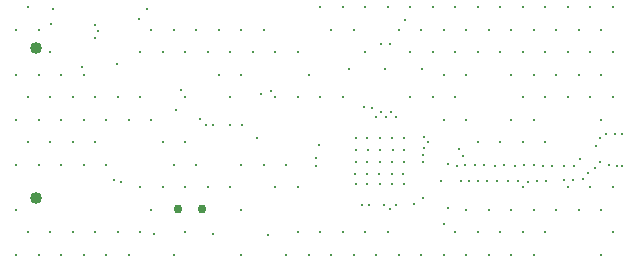
<source format=gbr>
%TF.GenerationSoftware,Altium Limited,Altium Designer,22.8.2 (66)*%
G04 Layer_Color=0*
%FSLAX45Y45*%
%MOMM*%
%TF.SameCoordinates,DE4C73A7-34E9-4613-BA68-141157798951*%
%TF.FilePolarity,Positive*%
%TF.FileFunction,Plated,1,4,PTH,Drill*%
%TF.Part,Single*%
G01*
G75*
%TA.AperFunction,OtherDrill,Pad Free-2 (40.335mm,30.531mm)*%
%ADD78C,0.76200*%
%TA.AperFunction,OtherDrill,Pad Free-3 (42.393mm,30.531mm)*%
%ADD79C,0.76200*%
%TA.AperFunction,ComponentDrill*%
%ADD80C,1.01600*%
%TA.AperFunction,ViaDrill,NotFilled*%
%ADD81C,0.20000*%
D78*
X4033520Y3053080D02*
D03*
D79*
X4239260D02*
D03*
D80*
X2829560Y3143250D02*
D03*
Y4413250D02*
D03*
D81*
X7715250Y4762500D02*
D03*
X7620000Y4572000D02*
D03*
X7715250Y4381500D02*
D03*
X7620000Y4191000D02*
D03*
X7715250Y4000500D02*
D03*
X7620000Y3810000D02*
D03*
X7715250Y3238500D02*
D03*
X7620000Y3048000D02*
D03*
X7715250Y2857500D02*
D03*
X7620000Y2667000D02*
D03*
X7524750Y4762500D02*
D03*
X7429500Y4572000D02*
D03*
X7524750Y4381500D02*
D03*
X7429500Y4191000D02*
D03*
X7524750Y4000500D02*
D03*
Y3238500D02*
D03*
X7429500Y3048000D02*
D03*
X7334250Y4762500D02*
D03*
X7239000Y4572000D02*
D03*
X7334250Y4381500D02*
D03*
X7239000Y4191000D02*
D03*
X7334250Y4000500D02*
D03*
Y3238500D02*
D03*
X7239000Y3048000D02*
D03*
X7143750Y4762500D02*
D03*
X7048500Y4572000D02*
D03*
X7143750Y4381500D02*
D03*
X7048500Y4191000D02*
D03*
X7143750Y4000500D02*
D03*
X7048500Y3810000D02*
D03*
X7143750Y3619500D02*
D03*
X7048500Y3048000D02*
D03*
X7143750Y2857500D02*
D03*
X7048500Y2667000D02*
D03*
X6953250Y4762500D02*
D03*
X6858000Y4572000D02*
D03*
X6953250Y4381500D02*
D03*
X6858000Y4191000D02*
D03*
X6953250Y4000500D02*
D03*
X6858000Y3810000D02*
D03*
X6953250Y3619500D02*
D03*
Y3238500D02*
D03*
X6858000Y3048000D02*
D03*
X6953250Y2857500D02*
D03*
X6858000Y2667000D02*
D03*
X6762750Y4762500D02*
D03*
X6667500Y4572000D02*
D03*
X6762750Y4381500D02*
D03*
Y3619500D02*
D03*
X6667500Y3048000D02*
D03*
X6762750Y2857500D02*
D03*
X6667500Y2667000D02*
D03*
X6572250Y4762500D02*
D03*
X6477000Y4572000D02*
D03*
X6572250Y4381500D02*
D03*
X6477000Y4191000D02*
D03*
Y3810000D02*
D03*
X6572250Y3619500D02*
D03*
X6477000Y3048000D02*
D03*
X6572250Y2857500D02*
D03*
X6477000Y2667000D02*
D03*
X6381750Y4762500D02*
D03*
X6286500Y4572000D02*
D03*
X6381750Y4381500D02*
D03*
X6286500Y4191000D02*
D03*
X6381750Y4000500D02*
D03*
X6286500Y3810000D02*
D03*
X6381750Y2857500D02*
D03*
X6286500Y2667000D02*
D03*
X6191250Y4762500D02*
D03*
X6096000Y4572000D02*
D03*
X6191250Y4381500D02*
D03*
Y4000500D02*
D03*
X6096000Y2667000D02*
D03*
X6000750Y4762500D02*
D03*
X5905500Y4572000D02*
D03*
X6000750Y4381500D02*
D03*
Y4000500D02*
D03*
X5905500Y2667000D02*
D03*
X5810250Y4762500D02*
D03*
Y2857500D02*
D03*
X5715000Y2667000D02*
D03*
X5619750Y4762500D02*
D03*
X5524500Y4572000D02*
D03*
X5619750Y4381500D02*
D03*
Y2857500D02*
D03*
X5524500Y2667000D02*
D03*
X5429250Y4762500D02*
D03*
X5334000Y4572000D02*
D03*
X5429250Y4000500D02*
D03*
Y2857500D02*
D03*
X5334000Y2667000D02*
D03*
X5238750Y4762500D02*
D03*
X5143500Y4191000D02*
D03*
X5238750Y4000500D02*
D03*
Y2857500D02*
D03*
X5143500Y2667000D02*
D03*
X5048250Y4381500D02*
D03*
Y4000500D02*
D03*
X4953000Y3429000D02*
D03*
X5048250Y3238500D02*
D03*
Y2857500D02*
D03*
X4953000Y2667000D02*
D03*
X4762500Y4572000D02*
D03*
X4857750Y4381500D02*
D03*
Y4000500D02*
D03*
X4762500Y3429000D02*
D03*
X4857750Y3238500D02*
D03*
X4572000Y4572000D02*
D03*
X4667250Y4381500D02*
D03*
X4572000Y4191000D02*
D03*
Y3429000D02*
D03*
Y3048000D02*
D03*
Y2667000D02*
D03*
X4381500Y4572000D02*
D03*
X4476750Y4381500D02*
D03*
X4381500Y4191000D02*
D03*
X4476750Y4000500D02*
D03*
Y3238500D02*
D03*
X4191000Y4572000D02*
D03*
X4286250Y4381500D02*
D03*
X4191000Y3429000D02*
D03*
X4286250Y3238500D02*
D03*
X4000500Y4572000D02*
D03*
X4095750Y4381500D02*
D03*
Y4000500D02*
D03*
Y3619500D02*
D03*
X4000500Y3429000D02*
D03*
X4095750Y3238500D02*
D03*
Y2857500D02*
D03*
X4000500Y2667000D02*
D03*
X3810000Y4572000D02*
D03*
X3905250Y4381500D02*
D03*
X3810000Y3810000D02*
D03*
X3905250Y3619500D02*
D03*
Y3238500D02*
D03*
X3810000Y3048000D02*
D03*
X3714750Y4381500D02*
D03*
Y4000500D02*
D03*
X3619500Y3810000D02*
D03*
X3714750Y3238500D02*
D03*
Y2857500D02*
D03*
X3619500Y2667000D02*
D03*
X3524250Y4000500D02*
D03*
X3429000Y3810000D02*
D03*
Y3429000D02*
D03*
X3524250Y2857500D02*
D03*
X3429000Y2667000D02*
D03*
X3238500Y4191000D02*
D03*
X3333750Y4000500D02*
D03*
X3238500Y3810000D02*
D03*
X3333750Y3619500D02*
D03*
X3238500Y3429000D02*
D03*
X3333750Y2857500D02*
D03*
X3238500Y2667000D02*
D03*
X3048000Y4191000D02*
D03*
X3143250Y4000500D02*
D03*
X3048000Y3810000D02*
D03*
X3143250Y3619500D02*
D03*
X3048000Y3429000D02*
D03*
X3143250Y2857500D02*
D03*
X3048000Y2667000D02*
D03*
X2857500Y4572000D02*
D03*
X2952750Y4381500D02*
D03*
X2857500Y4191000D02*
D03*
X2952750Y4000500D02*
D03*
X2857500Y3810000D02*
D03*
X2952750Y3619500D02*
D03*
X2857500Y3429000D02*
D03*
X2952750Y2857500D02*
D03*
X2857500Y2667000D02*
D03*
X2762250Y4762500D02*
D03*
X2667000Y4572000D02*
D03*
Y4191000D02*
D03*
X2762250Y4000500D02*
D03*
X2667000Y3810000D02*
D03*
X2762250Y3619500D02*
D03*
X2667000Y3429000D02*
D03*
Y3048000D02*
D03*
X2762250Y2857500D02*
D03*
X2667000Y2667000D02*
D03*
X6624320Y3423920D02*
D03*
X6266180Y3291840D02*
D03*
X6451600Y3500120D02*
D03*
X6032500Y3096260D02*
D03*
X6322060Y3436620D02*
D03*
X7795260Y3685540D02*
D03*
X7739380Y3688080D02*
D03*
X7663180D02*
D03*
X7607300Y3655060D02*
D03*
X7797800Y3418840D02*
D03*
X7749540D02*
D03*
X7683500Y3423920D02*
D03*
X7612380Y3454400D02*
D03*
X7564120Y3403600D02*
D03*
X7508240Y3360420D02*
D03*
X7462520Y3307080D02*
D03*
X7378700Y3299460D02*
D03*
X7302500Y3294380D02*
D03*
X7152640Y3291840D02*
D03*
X7076440Y3286760D02*
D03*
X6997700Y3284220D02*
D03*
X6916420Y3286760D02*
D03*
X6830060D02*
D03*
X6738620D02*
D03*
X6652260D02*
D03*
X6573520Y3289300D02*
D03*
X6499860D02*
D03*
X6431280D02*
D03*
X6466840Y3421380D02*
D03*
X7576820Y3586480D02*
D03*
X7442200Y3477260D02*
D03*
X7386320Y3418840D02*
D03*
X7299960Y3413760D02*
D03*
X7198360Y3418840D02*
D03*
X7127240Y3413760D02*
D03*
X7048500Y3423920D02*
D03*
X6964680Y3426460D02*
D03*
X6891020Y3418840D02*
D03*
X6799580Y3421380D02*
D03*
X6715760Y3413760D02*
D03*
X6550660Y3421380D02*
D03*
X6395720Y3418840D02*
D03*
X5751200Y4447540D02*
D03*
X5831200D02*
D03*
X4219281Y3815421D02*
D03*
X4272740Y3764740D02*
D03*
X4330438Y3764339D02*
D03*
X4017408Y3890408D02*
D03*
X4700799Y3656690D02*
D03*
X4478020Y3761740D02*
D03*
X4577080Y3764280D02*
D03*
X5612001Y3919853D02*
D03*
X5638800Y3655060D02*
D03*
X5228909Y3598270D02*
D03*
X5838165Y3875018D02*
D03*
X5641340Y3550920D02*
D03*
X5542280Y3549100D02*
D03*
X5201920Y3418840D02*
D03*
X5742940Y3261360D02*
D03*
X5849620D02*
D03*
X5537200Y3352800D02*
D03*
X5638800Y3261360D02*
D03*
X5539740D02*
D03*
X5636260Y3352800D02*
D03*
X5745480Y3550920D02*
D03*
X5539740Y3454400D02*
D03*
X5201920Y3482340D02*
D03*
X5539740Y3655060D02*
D03*
X5849620D02*
D03*
X5742940D02*
D03*
X5800450Y3830320D02*
D03*
X5946140Y3655060D02*
D03*
X5676388Y3907970D02*
D03*
X5711190Y3828778D02*
D03*
X5750560Y3870960D02*
D03*
X5883550Y3832860D02*
D03*
X6324600Y3063240D02*
D03*
X6413500Y3558540D02*
D03*
X6286500Y2923540D02*
D03*
X5831840Y3053080D02*
D03*
X5946140Y3261360D02*
D03*
X6148850Y3617429D02*
D03*
X6115214Y3664311D02*
D03*
X5946140Y3454400D02*
D03*
X5781040Y3083560D02*
D03*
X6108700Y3144520D02*
D03*
X6113780Y3454400D02*
D03*
X5595620Y3088640D02*
D03*
X6116367Y3569742D02*
D03*
X5852160Y3550920D02*
D03*
X5653316Y3089310D02*
D03*
X5882000Y3089178D02*
D03*
X6113780Y3512100D02*
D03*
X5948680Y3550920D02*
D03*
X5847080Y3352800D02*
D03*
X5849620Y3454400D02*
D03*
X5943600Y3352800D02*
D03*
X5742940Y3454400D02*
D03*
X5638800D02*
D03*
X5740400Y3352800D02*
D03*
X5483860Y4234180D02*
D03*
X6098540Y4236720D02*
D03*
X5788660Y4241800D02*
D03*
X5956300Y4655820D02*
D03*
X4739640Y4023360D02*
D03*
X4823460Y4053840D02*
D03*
X4058920Y4056380D02*
D03*
X3832860Y2844800D02*
D03*
X4798060Y2834640D02*
D03*
X4328160Y2842260D02*
D03*
X2974340Y4749800D02*
D03*
X3553460Y3284220D02*
D03*
X3495040Y3299460D02*
D03*
X2959100Y4622800D02*
D03*
X3332480Y4500880D02*
D03*
X3360420Y4556760D02*
D03*
X3703320Y4659270D02*
D03*
X3774440Y4742370D02*
D03*
X3329531Y4611171D02*
D03*
X3520440Y4282440D02*
D03*
X3225800Y4257040D02*
D03*
%TF.MD5,fa49904fe42eee5c1d825936b82d17da*%
M02*

</source>
